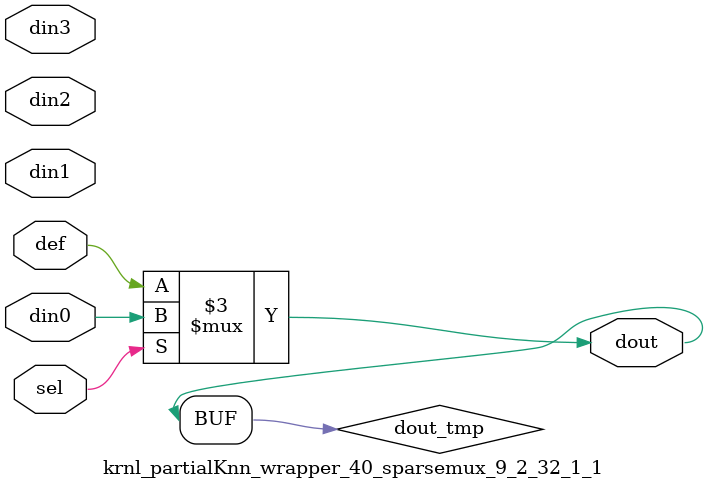
<source format=v>
`timescale 1ns / 1ps

module krnl_partialKnn_wrapper_40_sparsemux_9_2_32_1_1 (din0,din1,din2,din3,def,sel,dout);

parameter din0_WIDTH = 1;

parameter din1_WIDTH = 1;

parameter din2_WIDTH = 1;

parameter din3_WIDTH = 1;

parameter def_WIDTH = 1;
parameter sel_WIDTH = 1;
parameter dout_WIDTH = 1;

parameter [sel_WIDTH-1:0] CASE0 = 1;

parameter [sel_WIDTH-1:0] CASE1 = 1;

parameter [sel_WIDTH-1:0] CASE2 = 1;

parameter [sel_WIDTH-1:0] CASE3 = 1;

parameter ID = 1;
parameter NUM_STAGE = 1;



input [din0_WIDTH-1:0] din0;

input [din1_WIDTH-1:0] din1;

input [din2_WIDTH-1:0] din2;

input [din3_WIDTH-1:0] din3;

input [def_WIDTH-1:0] def;
input [sel_WIDTH-1:0] sel;

output [dout_WIDTH-1:0] dout;



reg [dout_WIDTH-1:0] dout_tmp;

always @ (*) begin
case (sel)
    
    CASE0 : dout_tmp = din0;
    
    CASE1 : dout_tmp = din1;
    
    CASE2 : dout_tmp = din2;
    
    CASE3 : dout_tmp = din3;
    
    default : dout_tmp = def;
endcase
end


assign dout = dout_tmp;



endmodule

</source>
